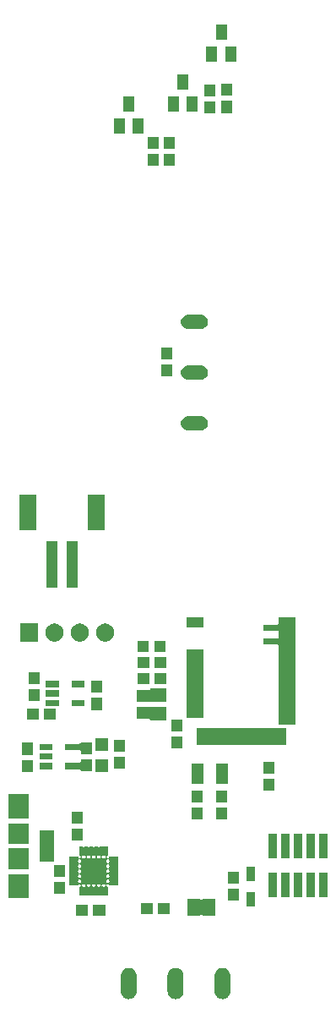
<source format=gbr>
G04 #@! TF.GenerationSoftware,KiCad,Pcbnew,(6.0.0-rc1-dev-1027-g90233e5ec)*
G04 #@! TF.CreationDate,2019-01-09T23:19:54+01:00*
G04 #@! TF.ProjectId,eBoard_remote_control,65426F6172645F72656D6F74655F636F,rev?*
G04 #@! TF.SameCoordinates,Original*
G04 #@! TF.FileFunction,Soldermask,Top*
G04 #@! TF.FilePolarity,Negative*
%FSLAX46Y46*%
G04 Gerber Fmt 4.6, Leading zero omitted, Abs format (unit mm)*
G04 Created by KiCad (PCBNEW (6.0.0-rc1-dev-1027-g90233e5ec)) date 09.01.2019 23.19.54*
%MOMM*%
%LPD*%
G01*
G04 APERTURE LIST*
%ADD10C,0.100000*%
G04 APERTURE END LIST*
D10*
G04 #@! TO.C,SJ2*
G36*
X196062600Y-146532600D02*
X198602600Y-146532600D01*
X198602600Y-148056600D01*
X196062600Y-148056600D01*
X196062600Y-146532600D01*
G37*
G36*
X199574168Y-153367445D02*
X199725874Y-153413464D01*
X199865686Y-153488196D01*
X199988233Y-153588767D01*
X200088804Y-153711314D01*
X200163536Y-153851126D01*
X200209555Y-154002832D01*
X200221200Y-154121064D01*
X200221200Y-155708136D01*
X200209555Y-155826368D01*
X200163536Y-155978074D01*
X200088804Y-156117886D01*
X199988233Y-156240433D01*
X199865685Y-156341004D01*
X199725873Y-156415736D01*
X199574167Y-156461755D01*
X199416400Y-156477294D01*
X199258632Y-156461755D01*
X199106926Y-156415736D01*
X198967114Y-156341004D01*
X198844567Y-156240433D01*
X198743996Y-156117885D01*
X198669264Y-155978073D01*
X198623245Y-155826367D01*
X198611600Y-155708135D01*
X198611601Y-154121064D01*
X198623246Y-154002832D01*
X198669265Y-153851126D01*
X198743997Y-153711314D01*
X198844568Y-153588767D01*
X198967115Y-153488196D01*
X199106927Y-153413464D01*
X199258633Y-153367445D01*
X199416400Y-153351906D01*
X199574168Y-153367445D01*
X199574168Y-153367445D01*
G37*
G36*
X190174168Y-153367445D02*
X190325874Y-153413464D01*
X190465686Y-153488196D01*
X190588233Y-153588767D01*
X190688804Y-153711314D01*
X190763536Y-153851126D01*
X190809555Y-154002832D01*
X190821200Y-154121064D01*
X190821200Y-155708136D01*
X190809555Y-155826368D01*
X190763536Y-155978074D01*
X190688804Y-156117886D01*
X190588233Y-156240433D01*
X190465685Y-156341004D01*
X190325873Y-156415736D01*
X190174167Y-156461755D01*
X190016400Y-156477294D01*
X189858632Y-156461755D01*
X189706926Y-156415736D01*
X189567114Y-156341004D01*
X189444567Y-156240433D01*
X189343996Y-156117885D01*
X189269264Y-155978073D01*
X189223245Y-155826367D01*
X189211600Y-155708135D01*
X189211601Y-154121064D01*
X189223246Y-154002832D01*
X189269265Y-153851126D01*
X189343997Y-153711314D01*
X189444568Y-153588767D01*
X189567115Y-153488196D01*
X189706927Y-153413464D01*
X189858633Y-153367445D01*
X190016400Y-153351906D01*
X190174168Y-153367445D01*
X190174168Y-153367445D01*
G37*
G36*
X194874168Y-153367445D02*
X195025874Y-153413464D01*
X195165686Y-153488196D01*
X195288233Y-153588767D01*
X195388804Y-153711314D01*
X195463536Y-153851126D01*
X195509555Y-154002832D01*
X195521200Y-154121064D01*
X195521200Y-155708136D01*
X195509555Y-155826368D01*
X195463536Y-155978074D01*
X195388804Y-156117886D01*
X195288233Y-156240433D01*
X195165685Y-156341004D01*
X195025873Y-156415736D01*
X194874167Y-156461755D01*
X194716400Y-156477294D01*
X194558632Y-156461755D01*
X194406926Y-156415736D01*
X194267114Y-156341004D01*
X194144567Y-156240433D01*
X194043996Y-156117885D01*
X193969264Y-155978073D01*
X193923245Y-155826367D01*
X193911600Y-155708135D01*
X193911601Y-154121064D01*
X193923246Y-154002832D01*
X193969265Y-153851126D01*
X194043997Y-153711314D01*
X194144568Y-153588767D01*
X194267115Y-153488196D01*
X194406927Y-153413464D01*
X194558633Y-153367445D01*
X194716400Y-153351906D01*
X194874168Y-153367445D01*
X194874168Y-153367445D01*
G37*
G36*
X197205600Y-147017200D02*
X197208002Y-147041586D01*
X197215115Y-147065035D01*
X197226666Y-147086646D01*
X197242212Y-147105588D01*
X197261154Y-147121134D01*
X197282765Y-147132685D01*
X197306214Y-147139798D01*
X197330600Y-147142200D01*
X197334600Y-147142200D01*
X197358986Y-147139798D01*
X197382435Y-147132685D01*
X197404046Y-147121134D01*
X197422988Y-147105588D01*
X197438534Y-147086646D01*
X197450085Y-147065035D01*
X197457198Y-147041586D01*
X197459600Y-147017200D01*
X197459600Y-146443700D01*
X198729600Y-146443700D01*
X198729600Y-148145500D01*
X197459600Y-148145500D01*
X197459600Y-147572000D01*
X197457198Y-147547614D01*
X197450085Y-147524165D01*
X197438534Y-147502554D01*
X197422988Y-147483612D01*
X197404046Y-147468066D01*
X197382435Y-147456515D01*
X197358986Y-147449402D01*
X197334600Y-147447000D01*
X197330600Y-147447000D01*
X197306214Y-147449402D01*
X197282765Y-147456515D01*
X197261154Y-147468066D01*
X197242212Y-147483612D01*
X197226666Y-147502554D01*
X197215115Y-147524165D01*
X197208002Y-147547614D01*
X197205600Y-147572000D01*
X197205600Y-148145500D01*
X195935600Y-148145500D01*
X195935600Y-146443700D01*
X197205600Y-146443700D01*
X197205600Y-147017200D01*
X197205600Y-147017200D01*
G37*
G36*
X185949663Y-148099618D02*
X184748063Y-148099618D01*
X184748063Y-146998018D01*
X185949663Y-146998018D01*
X185949663Y-148099618D01*
X185949663Y-148099618D01*
G37*
G36*
X187649663Y-148099618D02*
X186448063Y-148099618D01*
X186448063Y-146998018D01*
X187649663Y-146998018D01*
X187649663Y-148099618D01*
X187649663Y-148099618D01*
G37*
G36*
X192409800Y-147947000D02*
X191208200Y-147947000D01*
X191208200Y-146845400D01*
X192409800Y-146845400D01*
X192409800Y-147947000D01*
X192409800Y-147947000D01*
G37*
G36*
X194109800Y-147947000D02*
X192908200Y-147947000D01*
X192908200Y-146845400D01*
X194109800Y-146845400D01*
X194109800Y-147947000D01*
X194109800Y-147947000D01*
G37*
G36*
X202716080Y-147202520D02*
X201814480Y-147202520D01*
X201814480Y-145750920D01*
X202716080Y-145750920D01*
X202716080Y-147202520D01*
X202716080Y-147202520D01*
G37*
G36*
X201038080Y-146599300D02*
X199936480Y-146599300D01*
X199936480Y-145422700D01*
X201038080Y-145422700D01*
X201038080Y-146599300D01*
X201038080Y-146599300D01*
G37*
G36*
X179960663Y-146368818D02*
X177959063Y-146368818D01*
X177959063Y-143967218D01*
X179960663Y-143967218D01*
X179960663Y-146368818D01*
X179960663Y-146368818D01*
G37*
G36*
X207405600Y-146309680D02*
X206563600Y-146309680D01*
X206563600Y-143807680D01*
X207405600Y-143807680D01*
X207405600Y-146309680D01*
X207405600Y-146309680D01*
G37*
G36*
X206135600Y-146309680D02*
X205293600Y-146309680D01*
X205293600Y-143807680D01*
X206135600Y-143807680D01*
X206135600Y-146309680D01*
X206135600Y-146309680D01*
G37*
G36*
X209945600Y-146309680D02*
X209103600Y-146309680D01*
X209103600Y-143807680D01*
X209945600Y-143807680D01*
X209945600Y-146309680D01*
X209945600Y-146309680D01*
G37*
G36*
X208675600Y-146309680D02*
X207833600Y-146309680D01*
X207833600Y-143807680D01*
X208675600Y-143807680D01*
X208675600Y-146309680D01*
X208675600Y-146309680D01*
G37*
G36*
X204865600Y-146309680D02*
X204023600Y-146309680D01*
X204023600Y-143807680D01*
X204865600Y-143807680D01*
X204865600Y-146309680D01*
X204865600Y-146309680D01*
G37*
G36*
X185417864Y-141213043D02*
X185423920Y-141214880D01*
X185435369Y-141221000D01*
X185444730Y-141227256D01*
X185467369Y-141236635D01*
X185491402Y-141241417D01*
X185515906Y-141241419D01*
X185539940Y-141236640D01*
X185562580Y-141227264D01*
X185571947Y-141221006D01*
X185583406Y-141214880D01*
X185589462Y-141213043D01*
X185601903Y-141211818D01*
X185905423Y-141211818D01*
X185917864Y-141213043D01*
X185923920Y-141214880D01*
X185935369Y-141221000D01*
X185944730Y-141227256D01*
X185967369Y-141236635D01*
X185991402Y-141241417D01*
X186015906Y-141241419D01*
X186039940Y-141236640D01*
X186062580Y-141227264D01*
X186071947Y-141221006D01*
X186083406Y-141214880D01*
X186089462Y-141213043D01*
X186101903Y-141211818D01*
X186405423Y-141211818D01*
X186417864Y-141213043D01*
X186423920Y-141214880D01*
X186435369Y-141221000D01*
X186444730Y-141227256D01*
X186467369Y-141236635D01*
X186491402Y-141241417D01*
X186515906Y-141241419D01*
X186539940Y-141236640D01*
X186562580Y-141227264D01*
X186571947Y-141221006D01*
X186583406Y-141214880D01*
X186589462Y-141213043D01*
X186601903Y-141211818D01*
X186905423Y-141211818D01*
X186917864Y-141213043D01*
X186923920Y-141214880D01*
X186935369Y-141221000D01*
X186944730Y-141227256D01*
X186967369Y-141236635D01*
X186991402Y-141241417D01*
X187015906Y-141241419D01*
X187039940Y-141236640D01*
X187062580Y-141227264D01*
X187071947Y-141221006D01*
X187083406Y-141214880D01*
X187089462Y-141213043D01*
X187101903Y-141211818D01*
X187405423Y-141211818D01*
X187417864Y-141213043D01*
X187423920Y-141214880D01*
X187435369Y-141221000D01*
X187444730Y-141227256D01*
X187467369Y-141236635D01*
X187491402Y-141241417D01*
X187515906Y-141241419D01*
X187539940Y-141236640D01*
X187562580Y-141227264D01*
X187571947Y-141221006D01*
X187583406Y-141214880D01*
X187589462Y-141213043D01*
X187601903Y-141211818D01*
X187905423Y-141211818D01*
X187917864Y-141213043D01*
X187923920Y-141214880D01*
X187929506Y-141217866D01*
X187934399Y-141221882D01*
X187938415Y-141226775D01*
X187941401Y-141232361D01*
X187943238Y-141238417D01*
X187944463Y-141250858D01*
X187944463Y-142074377D01*
X187943284Y-142086346D01*
X187943284Y-142110850D01*
X187943629Y-142112582D01*
X187941908Y-142112240D01*
X187917380Y-142112240D01*
X187915544Y-142112421D01*
X187891511Y-142117204D01*
X187868873Y-142126583D01*
X187848500Y-142140199D01*
X187831174Y-142157528D01*
X187817562Y-142177904D01*
X187808187Y-142200543D01*
X187803409Y-142224577D01*
X187803411Y-142249082D01*
X187808194Y-142273115D01*
X187817573Y-142295753D01*
X187824830Y-142306612D01*
X187825529Y-142307919D01*
X187826471Y-142309067D01*
X187831189Y-142316126D01*
X187837184Y-142322120D01*
X187841075Y-142326861D01*
X187845825Y-142330759D01*
X187848518Y-142333452D01*
X187851678Y-142335563D01*
X187860017Y-142342407D01*
X187881628Y-142353958D01*
X187905077Y-142361071D01*
X187929463Y-142363473D01*
X187953849Y-142361071D01*
X187977298Y-142353958D01*
X187998909Y-142342407D01*
X188017851Y-142326861D01*
X188033397Y-142307919D01*
X188044948Y-142286308D01*
X188053860Y-142250737D01*
X188054041Y-142248901D01*
X188054043Y-142224396D01*
X188053696Y-142222652D01*
X188055429Y-142222997D01*
X188079935Y-142222997D01*
X188091904Y-142221818D01*
X188915423Y-142221818D01*
X188927864Y-142223043D01*
X188933920Y-142224880D01*
X188939506Y-142227866D01*
X188944399Y-142231882D01*
X188948415Y-142236775D01*
X188951401Y-142242361D01*
X188953238Y-142248417D01*
X188954463Y-142260858D01*
X188954463Y-142564378D01*
X188953238Y-142576819D01*
X188951401Y-142582875D01*
X188945281Y-142594324D01*
X188939025Y-142603685D01*
X188929646Y-142626324D01*
X188924864Y-142650357D01*
X188924862Y-142674861D01*
X188929641Y-142698895D01*
X188939017Y-142721535D01*
X188945275Y-142730902D01*
X188951401Y-142742361D01*
X188953238Y-142748417D01*
X188954463Y-142760858D01*
X188954463Y-143064378D01*
X188953238Y-143076819D01*
X188951401Y-143082875D01*
X188945281Y-143094324D01*
X188939025Y-143103685D01*
X188929646Y-143126324D01*
X188924864Y-143150357D01*
X188924862Y-143174861D01*
X188929641Y-143198895D01*
X188939017Y-143221535D01*
X188945275Y-143230902D01*
X188951401Y-143242361D01*
X188953238Y-143248417D01*
X188954463Y-143260858D01*
X188954463Y-143564378D01*
X188953238Y-143576819D01*
X188951401Y-143582875D01*
X188945281Y-143594324D01*
X188939025Y-143603685D01*
X188929646Y-143626324D01*
X188924864Y-143650357D01*
X188924862Y-143674861D01*
X188929641Y-143698895D01*
X188939017Y-143721535D01*
X188945275Y-143730902D01*
X188951401Y-143742361D01*
X188953238Y-143748417D01*
X188954463Y-143760858D01*
X188954463Y-144064378D01*
X188953238Y-144076819D01*
X188951401Y-144082875D01*
X188945281Y-144094324D01*
X188939025Y-144103685D01*
X188929646Y-144126324D01*
X188924864Y-144150357D01*
X188924862Y-144174861D01*
X188929641Y-144198895D01*
X188939017Y-144221535D01*
X188945275Y-144230902D01*
X188951401Y-144242361D01*
X188953238Y-144248417D01*
X188954463Y-144260858D01*
X188954463Y-144564378D01*
X188953238Y-144576819D01*
X188951401Y-144582875D01*
X188945281Y-144594324D01*
X188939025Y-144603685D01*
X188929646Y-144626324D01*
X188924864Y-144650357D01*
X188924862Y-144674861D01*
X188929641Y-144698895D01*
X188939017Y-144721535D01*
X188945275Y-144730902D01*
X188951401Y-144742361D01*
X188953238Y-144748417D01*
X188954463Y-144760858D01*
X188954463Y-145064378D01*
X188953238Y-145076819D01*
X188951401Y-145082875D01*
X188948415Y-145088461D01*
X188944399Y-145093354D01*
X188939506Y-145097370D01*
X188933920Y-145100356D01*
X188927864Y-145102193D01*
X188915423Y-145103418D01*
X188091904Y-145103418D01*
X188079935Y-145102239D01*
X188055431Y-145102239D01*
X188053699Y-145102584D01*
X188054041Y-145100863D01*
X188054041Y-145076335D01*
X188053860Y-145074499D01*
X188049077Y-145050466D01*
X188039698Y-145027828D01*
X188026082Y-145007455D01*
X188008753Y-144990129D01*
X187988377Y-144976517D01*
X187965738Y-144967142D01*
X187941704Y-144962364D01*
X187917199Y-144962366D01*
X187893166Y-144967149D01*
X187870528Y-144976528D01*
X187859669Y-144983785D01*
X187858362Y-144984484D01*
X187857214Y-144985426D01*
X187850155Y-144990144D01*
X187844161Y-144996139D01*
X187839420Y-145000030D01*
X187835522Y-145004780D01*
X187832829Y-145007473D01*
X187830718Y-145010633D01*
X187823874Y-145018972D01*
X187812323Y-145040583D01*
X187805210Y-145064032D01*
X187802808Y-145088418D01*
X187805210Y-145112804D01*
X187812323Y-145136253D01*
X187823874Y-145157864D01*
X187839420Y-145176806D01*
X187858362Y-145192352D01*
X187879973Y-145203903D01*
X187915544Y-145212815D01*
X187917380Y-145212996D01*
X187941885Y-145212998D01*
X187943629Y-145212651D01*
X187943284Y-145214384D01*
X187943284Y-145238890D01*
X187944463Y-145250859D01*
X187944463Y-146074378D01*
X187943238Y-146086819D01*
X187941401Y-146092875D01*
X187938415Y-146098461D01*
X187934399Y-146103354D01*
X187929506Y-146107370D01*
X187923920Y-146110356D01*
X187917864Y-146112193D01*
X187905423Y-146113418D01*
X187601903Y-146113418D01*
X187589462Y-146112193D01*
X187583406Y-146110356D01*
X187571957Y-146104236D01*
X187562596Y-146097980D01*
X187539957Y-146088601D01*
X187515924Y-146083819D01*
X187491420Y-146083817D01*
X187467386Y-146088596D01*
X187444746Y-146097972D01*
X187435379Y-146104230D01*
X187423920Y-146110356D01*
X187417864Y-146112193D01*
X187405423Y-146113418D01*
X187101903Y-146113418D01*
X187089462Y-146112193D01*
X187083406Y-146110356D01*
X187071957Y-146104236D01*
X187062596Y-146097980D01*
X187039957Y-146088601D01*
X187015924Y-146083819D01*
X186991420Y-146083817D01*
X186967386Y-146088596D01*
X186944746Y-146097972D01*
X186935379Y-146104230D01*
X186923920Y-146110356D01*
X186917864Y-146112193D01*
X186905423Y-146113418D01*
X186601903Y-146113418D01*
X186589462Y-146112193D01*
X186583406Y-146110356D01*
X186571957Y-146104236D01*
X186562596Y-146097980D01*
X186539957Y-146088601D01*
X186515924Y-146083819D01*
X186491420Y-146083817D01*
X186467386Y-146088596D01*
X186444746Y-146097972D01*
X186435379Y-146104230D01*
X186423920Y-146110356D01*
X186417864Y-146112193D01*
X186405423Y-146113418D01*
X186101903Y-146113418D01*
X186089462Y-146112193D01*
X186083406Y-146110356D01*
X186071957Y-146104236D01*
X186062596Y-146097980D01*
X186039957Y-146088601D01*
X186015924Y-146083819D01*
X185991420Y-146083817D01*
X185967386Y-146088596D01*
X185944746Y-146097972D01*
X185935379Y-146104230D01*
X185923920Y-146110356D01*
X185917864Y-146112193D01*
X185905423Y-146113418D01*
X185601903Y-146113418D01*
X185589462Y-146112193D01*
X185583406Y-146110356D01*
X185571957Y-146104236D01*
X185562596Y-146097980D01*
X185539957Y-146088601D01*
X185515924Y-146083819D01*
X185491420Y-146083817D01*
X185467386Y-146088596D01*
X185444746Y-146097972D01*
X185435379Y-146104230D01*
X185423920Y-146110356D01*
X185417864Y-146112193D01*
X185405423Y-146113418D01*
X185101903Y-146113418D01*
X185089462Y-146112193D01*
X185083406Y-146110356D01*
X185077820Y-146107370D01*
X185072927Y-146103354D01*
X185068911Y-146098461D01*
X185065925Y-146092875D01*
X185064088Y-146086819D01*
X185062863Y-146074378D01*
X185062863Y-145250859D01*
X185064042Y-145238890D01*
X185064042Y-145214386D01*
X185063697Y-145212654D01*
X185065418Y-145212996D01*
X185089946Y-145212996D01*
X185091782Y-145212815D01*
X185115815Y-145208032D01*
X185138453Y-145198653D01*
X185158826Y-145185037D01*
X185176152Y-145167708D01*
X185189764Y-145147332D01*
X185199139Y-145124693D01*
X185203917Y-145100659D01*
X185203917Y-145088418D01*
X185302808Y-145088418D01*
X185305210Y-145112804D01*
X185312323Y-145136253D01*
X185323874Y-145157864D01*
X185339420Y-145176806D01*
X185358362Y-145192352D01*
X185379973Y-145203903D01*
X185403422Y-145211016D01*
X185415556Y-145212816D01*
X185417864Y-145213043D01*
X185423920Y-145214880D01*
X185435369Y-145221000D01*
X185444730Y-145227256D01*
X185467369Y-145236635D01*
X185491402Y-145241417D01*
X185515906Y-145241419D01*
X185539940Y-145236640D01*
X185562580Y-145227264D01*
X185571947Y-145221006D01*
X185583406Y-145214880D01*
X185589462Y-145213043D01*
X185591770Y-145212816D01*
X185615803Y-145208036D01*
X185638442Y-145198658D01*
X185658817Y-145185044D01*
X185676144Y-145167717D01*
X185689758Y-145147343D01*
X185699135Y-145124704D01*
X185703916Y-145100670D01*
X185703916Y-145088418D01*
X185802808Y-145088418D01*
X185805210Y-145112804D01*
X185812323Y-145136253D01*
X185823874Y-145157864D01*
X185839420Y-145176806D01*
X185858362Y-145192352D01*
X185879973Y-145203903D01*
X185903422Y-145211016D01*
X185915556Y-145212816D01*
X185917864Y-145213043D01*
X185923920Y-145214880D01*
X185935369Y-145221000D01*
X185944730Y-145227256D01*
X185967369Y-145236635D01*
X185991402Y-145241417D01*
X186015906Y-145241419D01*
X186039940Y-145236640D01*
X186062580Y-145227264D01*
X186071947Y-145221006D01*
X186083406Y-145214880D01*
X186089462Y-145213043D01*
X186091770Y-145212816D01*
X186115803Y-145208036D01*
X186138442Y-145198658D01*
X186158817Y-145185044D01*
X186176144Y-145167717D01*
X186189758Y-145147343D01*
X186199135Y-145124704D01*
X186203916Y-145100670D01*
X186203916Y-145088418D01*
X186302808Y-145088418D01*
X186305210Y-145112804D01*
X186312323Y-145136253D01*
X186323874Y-145157864D01*
X186339420Y-145176806D01*
X186358362Y-145192352D01*
X186379973Y-145203903D01*
X186403422Y-145211016D01*
X186415556Y-145212816D01*
X186417864Y-145213043D01*
X186423920Y-145214880D01*
X186435369Y-145221000D01*
X186444730Y-145227256D01*
X186467369Y-145236635D01*
X186491402Y-145241417D01*
X186515906Y-145241419D01*
X186539940Y-145236640D01*
X186562580Y-145227264D01*
X186571947Y-145221006D01*
X186583406Y-145214880D01*
X186589462Y-145213043D01*
X186591770Y-145212816D01*
X186615803Y-145208036D01*
X186638442Y-145198658D01*
X186658817Y-145185044D01*
X186676144Y-145167717D01*
X186689758Y-145147343D01*
X186699135Y-145124704D01*
X186703916Y-145100670D01*
X186703916Y-145088418D01*
X186802808Y-145088418D01*
X186805210Y-145112804D01*
X186812323Y-145136253D01*
X186823874Y-145157864D01*
X186839420Y-145176806D01*
X186858362Y-145192352D01*
X186879973Y-145203903D01*
X186903422Y-145211016D01*
X186915556Y-145212816D01*
X186917864Y-145213043D01*
X186923920Y-145214880D01*
X186935369Y-145221000D01*
X186944730Y-145227256D01*
X186967369Y-145236635D01*
X186991402Y-145241417D01*
X187015906Y-145241419D01*
X187039940Y-145236640D01*
X187062580Y-145227264D01*
X187071947Y-145221006D01*
X187083406Y-145214880D01*
X187089462Y-145213043D01*
X187091770Y-145212816D01*
X187115803Y-145208036D01*
X187138442Y-145198658D01*
X187158817Y-145185044D01*
X187176144Y-145167717D01*
X187189758Y-145147343D01*
X187199135Y-145124704D01*
X187203916Y-145100670D01*
X187203916Y-145088418D01*
X187302808Y-145088418D01*
X187305210Y-145112804D01*
X187312323Y-145136253D01*
X187323874Y-145157864D01*
X187339420Y-145176806D01*
X187358362Y-145192352D01*
X187379973Y-145203903D01*
X187403422Y-145211016D01*
X187415556Y-145212816D01*
X187417864Y-145213043D01*
X187423920Y-145214880D01*
X187435369Y-145221000D01*
X187444730Y-145227256D01*
X187467369Y-145236635D01*
X187491402Y-145241417D01*
X187515906Y-145241419D01*
X187539940Y-145236640D01*
X187562580Y-145227264D01*
X187571947Y-145221006D01*
X187583406Y-145214880D01*
X187589462Y-145213043D01*
X187591770Y-145212816D01*
X187615803Y-145208036D01*
X187638442Y-145198658D01*
X187658817Y-145185044D01*
X187676144Y-145167717D01*
X187689758Y-145147343D01*
X187699135Y-145124704D01*
X187703916Y-145100670D01*
X187703916Y-145076166D01*
X187699136Y-145052133D01*
X187689758Y-145029494D01*
X187676144Y-145009119D01*
X187658817Y-144991792D01*
X187638443Y-144978178D01*
X187615804Y-144968801D01*
X187591770Y-144964020D01*
X187579518Y-144963418D01*
X187427808Y-144963418D01*
X187403422Y-144965820D01*
X187379973Y-144972933D01*
X187358362Y-144984484D01*
X187339420Y-145000030D01*
X187323874Y-145018972D01*
X187312323Y-145040583D01*
X187305210Y-145064032D01*
X187302808Y-145088418D01*
X187203916Y-145088418D01*
X187203916Y-145076166D01*
X187199136Y-145052133D01*
X187189758Y-145029494D01*
X187176144Y-145009119D01*
X187158817Y-144991792D01*
X187138443Y-144978178D01*
X187115804Y-144968801D01*
X187091770Y-144964020D01*
X187079518Y-144963418D01*
X186927808Y-144963418D01*
X186903422Y-144965820D01*
X186879973Y-144972933D01*
X186858362Y-144984484D01*
X186839420Y-145000030D01*
X186823874Y-145018972D01*
X186812323Y-145040583D01*
X186805210Y-145064032D01*
X186802808Y-145088418D01*
X186703916Y-145088418D01*
X186703916Y-145076166D01*
X186699136Y-145052133D01*
X186689758Y-145029494D01*
X186676144Y-145009119D01*
X186658817Y-144991792D01*
X186638443Y-144978178D01*
X186615804Y-144968801D01*
X186591770Y-144964020D01*
X186579518Y-144963418D01*
X186427808Y-144963418D01*
X186403422Y-144965820D01*
X186379973Y-144972933D01*
X186358362Y-144984484D01*
X186339420Y-145000030D01*
X186323874Y-145018972D01*
X186312323Y-145040583D01*
X186305210Y-145064032D01*
X186302808Y-145088418D01*
X186203916Y-145088418D01*
X186203916Y-145076166D01*
X186199136Y-145052133D01*
X186189758Y-145029494D01*
X186176144Y-145009119D01*
X186158817Y-144991792D01*
X186138443Y-144978178D01*
X186115804Y-144968801D01*
X186091770Y-144964020D01*
X186079518Y-144963418D01*
X185927808Y-144963418D01*
X185903422Y-144965820D01*
X185879973Y-144972933D01*
X185858362Y-144984484D01*
X185839420Y-145000030D01*
X185823874Y-145018972D01*
X185812323Y-145040583D01*
X185805210Y-145064032D01*
X185802808Y-145088418D01*
X185703916Y-145088418D01*
X185703916Y-145076166D01*
X185699136Y-145052133D01*
X185689758Y-145029494D01*
X185676144Y-145009119D01*
X185658817Y-144991792D01*
X185638443Y-144978178D01*
X185615804Y-144968801D01*
X185591770Y-144964020D01*
X185579518Y-144963418D01*
X185427808Y-144963418D01*
X185403422Y-144965820D01*
X185379973Y-144972933D01*
X185358362Y-144984484D01*
X185339420Y-145000030D01*
X185323874Y-145018972D01*
X185312323Y-145040583D01*
X185305210Y-145064032D01*
X185302808Y-145088418D01*
X185203917Y-145088418D01*
X185203915Y-145076154D01*
X185199132Y-145052121D01*
X185189753Y-145029483D01*
X185182496Y-145018624D01*
X185181797Y-145017317D01*
X185180855Y-145016169D01*
X185176137Y-145009110D01*
X185170142Y-145003116D01*
X185166251Y-144998375D01*
X185161501Y-144994477D01*
X185158808Y-144991784D01*
X185155648Y-144989673D01*
X185147309Y-144982829D01*
X185125698Y-144971278D01*
X185102249Y-144964165D01*
X185077863Y-144961763D01*
X185053477Y-144964165D01*
X185030028Y-144971278D01*
X185008417Y-144982829D01*
X184989475Y-144998375D01*
X184973929Y-145017317D01*
X184962378Y-145038928D01*
X184953466Y-145074499D01*
X184953285Y-145076335D01*
X184953283Y-145100840D01*
X184953630Y-145102584D01*
X184951897Y-145102239D01*
X184927391Y-145102239D01*
X184915422Y-145103418D01*
X184091903Y-145103418D01*
X184079462Y-145102193D01*
X184073406Y-145100356D01*
X184067820Y-145097370D01*
X184062927Y-145093354D01*
X184058911Y-145088461D01*
X184055925Y-145082875D01*
X184054088Y-145076819D01*
X184052863Y-145064378D01*
X184052863Y-144760858D01*
X184054088Y-144748417D01*
X184055925Y-144742361D01*
X184062045Y-144730912D01*
X184068301Y-144721551D01*
X184077680Y-144698912D01*
X184082462Y-144674879D01*
X184082462Y-144674861D01*
X184924862Y-144674861D01*
X184929641Y-144698895D01*
X184939017Y-144721535D01*
X184945275Y-144730902D01*
X184951401Y-144742361D01*
X184953238Y-144748417D01*
X184953465Y-144750725D01*
X184958245Y-144774758D01*
X184967623Y-144797397D01*
X184981237Y-144817772D01*
X184998564Y-144835099D01*
X185018938Y-144848713D01*
X185041577Y-144858090D01*
X185065611Y-144862871D01*
X185090115Y-144862871D01*
X185114148Y-144858091D01*
X185136787Y-144848713D01*
X185157162Y-144835099D01*
X185174489Y-144817772D01*
X185188103Y-144797398D01*
X185197480Y-144774759D01*
X185202261Y-144750725D01*
X185202863Y-144738473D01*
X185202863Y-144586763D01*
X187804463Y-144586763D01*
X187804463Y-144738473D01*
X187806865Y-144762859D01*
X187813978Y-144786308D01*
X187825529Y-144807919D01*
X187841075Y-144826861D01*
X187860017Y-144842407D01*
X187881628Y-144853958D01*
X187905077Y-144861071D01*
X187929463Y-144863473D01*
X187953849Y-144861071D01*
X187977298Y-144853958D01*
X187998909Y-144842407D01*
X188017851Y-144826861D01*
X188033397Y-144807919D01*
X188044948Y-144786308D01*
X188052061Y-144762859D01*
X188053861Y-144750725D01*
X188054088Y-144748417D01*
X188055925Y-144742361D01*
X188062045Y-144730912D01*
X188068301Y-144721551D01*
X188077680Y-144698912D01*
X188082462Y-144674879D01*
X188082464Y-144650375D01*
X188077685Y-144626341D01*
X188068309Y-144603701D01*
X188062051Y-144594334D01*
X188055925Y-144582875D01*
X188054088Y-144576819D01*
X188053861Y-144574511D01*
X188049081Y-144550478D01*
X188039703Y-144527839D01*
X188026089Y-144507464D01*
X188008762Y-144490137D01*
X187988388Y-144476523D01*
X187965749Y-144467146D01*
X187941715Y-144462365D01*
X187917211Y-144462365D01*
X187893178Y-144467145D01*
X187870539Y-144476523D01*
X187850164Y-144490137D01*
X187832837Y-144507464D01*
X187819223Y-144527838D01*
X187809846Y-144550477D01*
X187805065Y-144574511D01*
X187804463Y-144586763D01*
X185202863Y-144586763D01*
X185200461Y-144562377D01*
X185193348Y-144538928D01*
X185181797Y-144517317D01*
X185166251Y-144498375D01*
X185147309Y-144482829D01*
X185125698Y-144471278D01*
X185102249Y-144464165D01*
X185077863Y-144461763D01*
X185053477Y-144464165D01*
X185030028Y-144471278D01*
X185008417Y-144482829D01*
X184989475Y-144498375D01*
X184973929Y-144517317D01*
X184962378Y-144538928D01*
X184955265Y-144562377D01*
X184953465Y-144574511D01*
X184953238Y-144576819D01*
X184951401Y-144582875D01*
X184945281Y-144594324D01*
X184939025Y-144603685D01*
X184929646Y-144626324D01*
X184924864Y-144650357D01*
X184924862Y-144674861D01*
X184082462Y-144674861D01*
X184082464Y-144650375D01*
X184077685Y-144626341D01*
X184068309Y-144603701D01*
X184062051Y-144594334D01*
X184055925Y-144582875D01*
X184054088Y-144576819D01*
X184052863Y-144564378D01*
X184052863Y-144260858D01*
X184054088Y-144248417D01*
X184055925Y-144242361D01*
X184062045Y-144230912D01*
X184068301Y-144221551D01*
X184077680Y-144198912D01*
X184082462Y-144174879D01*
X184082462Y-144174861D01*
X184924862Y-144174861D01*
X184929641Y-144198895D01*
X184939017Y-144221535D01*
X184945275Y-144230902D01*
X184951401Y-144242361D01*
X184953238Y-144248417D01*
X184953465Y-144250725D01*
X184958245Y-144274758D01*
X184967623Y-144297397D01*
X184981237Y-144317772D01*
X184998564Y-144335099D01*
X185018938Y-144348713D01*
X185041577Y-144358090D01*
X185065611Y-144362871D01*
X185090115Y-144362871D01*
X185114148Y-144358091D01*
X185136787Y-144348713D01*
X185157162Y-144335099D01*
X185174489Y-144317772D01*
X185188103Y-144297398D01*
X185197480Y-144274759D01*
X185202261Y-144250725D01*
X185202863Y-144238473D01*
X185202863Y-144086763D01*
X187804463Y-144086763D01*
X187804463Y-144238473D01*
X187806865Y-144262859D01*
X187813978Y-144286308D01*
X187825529Y-144307919D01*
X187841075Y-144326861D01*
X187860017Y-144342407D01*
X187881628Y-144353958D01*
X187905077Y-144361071D01*
X187929463Y-144363473D01*
X187953849Y-144361071D01*
X187977298Y-144353958D01*
X187998909Y-144342407D01*
X188017851Y-144326861D01*
X188033397Y-144307919D01*
X188044948Y-144286308D01*
X188052061Y-144262859D01*
X188053861Y-144250725D01*
X188054088Y-144248417D01*
X188055925Y-144242361D01*
X188062045Y-144230912D01*
X188068301Y-144221551D01*
X188077680Y-144198912D01*
X188082462Y-144174879D01*
X188082464Y-144150375D01*
X188077685Y-144126341D01*
X188068309Y-144103701D01*
X188062051Y-144094334D01*
X188055925Y-144082875D01*
X188054088Y-144076819D01*
X188053861Y-144074511D01*
X188049081Y-144050478D01*
X188039703Y-144027839D01*
X188026089Y-144007464D01*
X188008762Y-143990137D01*
X187988388Y-143976523D01*
X187965749Y-143967146D01*
X187941715Y-143962365D01*
X187917211Y-143962365D01*
X187893178Y-143967145D01*
X187870539Y-143976523D01*
X187850164Y-143990137D01*
X187832837Y-144007464D01*
X187819223Y-144027838D01*
X187809846Y-144050477D01*
X187805065Y-144074511D01*
X187804463Y-144086763D01*
X185202863Y-144086763D01*
X185200461Y-144062377D01*
X185193348Y-144038928D01*
X185181797Y-144017317D01*
X185166251Y-143998375D01*
X185147309Y-143982829D01*
X185125698Y-143971278D01*
X185102249Y-143964165D01*
X185077863Y-143961763D01*
X185053477Y-143964165D01*
X185030028Y-143971278D01*
X185008417Y-143982829D01*
X184989475Y-143998375D01*
X184973929Y-144017317D01*
X184962378Y-144038928D01*
X184955265Y-144062377D01*
X184953465Y-144074511D01*
X184953238Y-144076819D01*
X184951401Y-144082875D01*
X184945281Y-144094324D01*
X184939025Y-144103685D01*
X184929646Y-144126324D01*
X184924864Y-144150357D01*
X184924862Y-144174861D01*
X184082462Y-144174861D01*
X184082464Y-144150375D01*
X184077685Y-144126341D01*
X184068309Y-144103701D01*
X184062051Y-144094334D01*
X184055925Y-144082875D01*
X184054088Y-144076819D01*
X184052863Y-144064378D01*
X184052863Y-143760858D01*
X184054088Y-143748417D01*
X184055925Y-143742361D01*
X184062045Y-143730912D01*
X184068301Y-143721551D01*
X184077680Y-143698912D01*
X184082462Y-143674879D01*
X184082462Y-143674861D01*
X184924862Y-143674861D01*
X184929641Y-143698895D01*
X184939017Y-143721535D01*
X184945275Y-143730902D01*
X184951401Y-143742361D01*
X184953238Y-143748417D01*
X184953465Y-143750725D01*
X184958245Y-143774758D01*
X184967623Y-143797397D01*
X184981237Y-143817772D01*
X184998564Y-143835099D01*
X185018938Y-143848713D01*
X185041577Y-143858090D01*
X185065611Y-143862871D01*
X185090115Y-143862871D01*
X185114148Y-143858091D01*
X185136787Y-143848713D01*
X185157162Y-143835099D01*
X185174489Y-143817772D01*
X185188103Y-143797398D01*
X185197480Y-143774759D01*
X185202261Y-143750725D01*
X185202863Y-143738473D01*
X185202863Y-143586763D01*
X187804463Y-143586763D01*
X187804463Y-143738473D01*
X187806865Y-143762859D01*
X187813978Y-143786308D01*
X187825529Y-143807919D01*
X187841075Y-143826861D01*
X187860017Y-143842407D01*
X187881628Y-143853958D01*
X187905077Y-143861071D01*
X187929463Y-143863473D01*
X187953849Y-143861071D01*
X187977298Y-143853958D01*
X187998909Y-143842407D01*
X188017851Y-143826861D01*
X188033397Y-143807919D01*
X188044948Y-143786308D01*
X188052061Y-143762859D01*
X188053861Y-143750725D01*
X188054088Y-143748417D01*
X188055925Y-143742361D01*
X188062045Y-143730912D01*
X188068301Y-143721551D01*
X188077680Y-143698912D01*
X188082462Y-143674879D01*
X188082464Y-143650375D01*
X188077685Y-143626341D01*
X188068309Y-143603701D01*
X188062051Y-143594334D01*
X188055925Y-143582875D01*
X188054088Y-143576819D01*
X188053861Y-143574511D01*
X188049081Y-143550478D01*
X188039703Y-143527839D01*
X188026089Y-143507464D01*
X188008762Y-143490137D01*
X187988388Y-143476523D01*
X187965749Y-143467146D01*
X187941715Y-143462365D01*
X187917211Y-143462365D01*
X187893178Y-143467145D01*
X187870539Y-143476523D01*
X187850164Y-143490137D01*
X187832837Y-143507464D01*
X187819223Y-143527838D01*
X187809846Y-143550477D01*
X187805065Y-143574511D01*
X187804463Y-143586763D01*
X185202863Y-143586763D01*
X185200461Y-143562377D01*
X185193348Y-143538928D01*
X185181797Y-143517317D01*
X185166251Y-143498375D01*
X185147309Y-143482829D01*
X185125698Y-143471278D01*
X185102249Y-143464165D01*
X185077863Y-143461763D01*
X185053477Y-143464165D01*
X185030028Y-143471278D01*
X185008417Y-143482829D01*
X184989475Y-143498375D01*
X184973929Y-143517317D01*
X184962378Y-143538928D01*
X184955265Y-143562377D01*
X184953465Y-143574511D01*
X184953238Y-143576819D01*
X184951401Y-143582875D01*
X184945281Y-143594324D01*
X184939025Y-143603685D01*
X184929646Y-143626324D01*
X184924864Y-143650357D01*
X184924862Y-143674861D01*
X184082462Y-143674861D01*
X184082464Y-143650375D01*
X184077685Y-143626341D01*
X184068309Y-143603701D01*
X184062051Y-143594334D01*
X184055925Y-143582875D01*
X184054088Y-143576819D01*
X184052863Y-143564378D01*
X184052863Y-143260858D01*
X184054088Y-143248417D01*
X184055925Y-143242361D01*
X184062045Y-143230912D01*
X184068301Y-143221551D01*
X184077680Y-143198912D01*
X184082462Y-143174879D01*
X184082462Y-143174861D01*
X184924862Y-143174861D01*
X184929641Y-143198895D01*
X184939017Y-143221535D01*
X184945275Y-143230902D01*
X184951401Y-143242361D01*
X184953238Y-143248417D01*
X184953465Y-143250725D01*
X184958245Y-143274758D01*
X184967623Y-143297397D01*
X184981237Y-143317772D01*
X184998564Y-143335099D01*
X185018938Y-143348713D01*
X185041577Y-143358090D01*
X185065611Y-143362871D01*
X185090115Y-143362871D01*
X185114148Y-143358091D01*
X185136787Y-143348713D01*
X185157162Y-143335099D01*
X185174489Y-143317772D01*
X185188103Y-143297398D01*
X185197480Y-143274759D01*
X185202261Y-143250725D01*
X185202863Y-143238473D01*
X185202863Y-143086763D01*
X187804463Y-143086763D01*
X187804463Y-143238473D01*
X187806865Y-143262859D01*
X187813978Y-143286308D01*
X187825529Y-143307919D01*
X187841075Y-143326861D01*
X187860017Y-143342407D01*
X187881628Y-143353958D01*
X187905077Y-143361071D01*
X187929463Y-143363473D01*
X187953849Y-143361071D01*
X187977298Y-143353958D01*
X187998909Y-143342407D01*
X188017851Y-143326861D01*
X188033397Y-143307919D01*
X188044948Y-143286308D01*
X188052061Y-143262859D01*
X188053861Y-143250725D01*
X188054088Y-143248417D01*
X188055925Y-143242361D01*
X188062045Y-143230912D01*
X188068301Y-143221551D01*
X188077680Y-143198912D01*
X188082462Y-143174879D01*
X188082464Y-143150375D01*
X188077685Y-143126341D01*
X188068309Y-143103701D01*
X188062051Y-143094334D01*
X188055925Y-143082875D01*
X188054088Y-143076819D01*
X188053861Y-143074511D01*
X188049081Y-143050478D01*
X188039703Y-143027839D01*
X188026089Y-143007464D01*
X188008762Y-142990137D01*
X187988388Y-142976523D01*
X187965749Y-142967146D01*
X187941715Y-142962365D01*
X187917211Y-142962365D01*
X187893178Y-142967145D01*
X187870539Y-142976523D01*
X187850164Y-142990137D01*
X187832837Y-143007464D01*
X187819223Y-143027838D01*
X187809846Y-143050477D01*
X187805065Y-143074511D01*
X187804463Y-143086763D01*
X185202863Y-143086763D01*
X185200461Y-143062377D01*
X185193348Y-143038928D01*
X185181797Y-143017317D01*
X185166251Y-142998375D01*
X185147309Y-142982829D01*
X185125698Y-142971278D01*
X185102249Y-142964165D01*
X185077863Y-142961763D01*
X185053477Y-142964165D01*
X185030028Y-142971278D01*
X185008417Y-142982829D01*
X184989475Y-142998375D01*
X184973929Y-143017317D01*
X184962378Y-143038928D01*
X184955265Y-143062377D01*
X184953465Y-143074511D01*
X184953238Y-143076819D01*
X184951401Y-143082875D01*
X184945281Y-143094324D01*
X184939025Y-143103685D01*
X184929646Y-143126324D01*
X184924864Y-143150357D01*
X184924862Y-143174861D01*
X184082462Y-143174861D01*
X184082464Y-143150375D01*
X184077685Y-143126341D01*
X184068309Y-143103701D01*
X184062051Y-143094334D01*
X184055925Y-143082875D01*
X184054088Y-143076819D01*
X184052863Y-143064378D01*
X184052863Y-142760858D01*
X184054088Y-142748417D01*
X184055925Y-142742361D01*
X184062045Y-142730912D01*
X184068301Y-142721551D01*
X184077680Y-142698912D01*
X184082462Y-142674879D01*
X184082462Y-142674861D01*
X184924862Y-142674861D01*
X184929641Y-142698895D01*
X184939017Y-142721535D01*
X184945275Y-142730902D01*
X184951401Y-142742361D01*
X184953238Y-142748417D01*
X184953465Y-142750725D01*
X184958245Y-142774758D01*
X184967623Y-142797397D01*
X184981237Y-142817772D01*
X184998564Y-142835099D01*
X185018938Y-142848713D01*
X185041577Y-142858090D01*
X185065611Y-142862871D01*
X185090115Y-142862871D01*
X185114148Y-142858091D01*
X185136787Y-142848713D01*
X185157162Y-142835099D01*
X185174489Y-142817772D01*
X185188103Y-142797398D01*
X185197480Y-142774759D01*
X185202261Y-142750725D01*
X185202863Y-142738473D01*
X185202863Y-142586763D01*
X187804463Y-142586763D01*
X187804463Y-142738473D01*
X187806865Y-142762859D01*
X187813978Y-142786308D01*
X187825529Y-142807919D01*
X187841075Y-142826861D01*
X187860017Y-142842407D01*
X187881628Y-142853958D01*
X187905077Y-142861071D01*
X187929463Y-142863473D01*
X187953849Y-142861071D01*
X187977298Y-142853958D01*
X187998909Y-142842407D01*
X188017851Y-142826861D01*
X188033397Y-142807919D01*
X188044948Y-142786308D01*
X188052061Y-142762859D01*
X188053861Y-142750725D01*
X188054088Y-142748417D01*
X188055925Y-142742361D01*
X188062045Y-142730912D01*
X188068301Y-142721551D01*
X188077680Y-142698912D01*
X188082462Y-142674879D01*
X188082464Y-142650375D01*
X188077685Y-142626341D01*
X188068309Y-142603701D01*
X188062051Y-142594334D01*
X188055925Y-142582875D01*
X188054088Y-142576819D01*
X188053861Y-142574511D01*
X188049081Y-142550478D01*
X188039703Y-142527839D01*
X188026089Y-142507464D01*
X188008762Y-142490137D01*
X187988388Y-142476523D01*
X187965749Y-142467146D01*
X187941715Y-142462365D01*
X187917211Y-142462365D01*
X187893178Y-142467145D01*
X187870539Y-142476523D01*
X187850164Y-142490137D01*
X187832837Y-142507464D01*
X187819223Y-142527838D01*
X187809846Y-142550477D01*
X187805065Y-142574511D01*
X187804463Y-142586763D01*
X185202863Y-142586763D01*
X185200461Y-142562377D01*
X185193348Y-142538928D01*
X185181797Y-142517317D01*
X185166251Y-142498375D01*
X185147309Y-142482829D01*
X185125698Y-142471278D01*
X185102249Y-142464165D01*
X185077863Y-142461763D01*
X185053477Y-142464165D01*
X185030028Y-142471278D01*
X185008417Y-142482829D01*
X184989475Y-142498375D01*
X184973929Y-142517317D01*
X184962378Y-142538928D01*
X184955265Y-142562377D01*
X184953465Y-142574511D01*
X184953238Y-142576819D01*
X184951401Y-142582875D01*
X184945281Y-142594324D01*
X184939025Y-142603685D01*
X184929646Y-142626324D01*
X184924864Y-142650357D01*
X184924862Y-142674861D01*
X184082462Y-142674861D01*
X184082464Y-142650375D01*
X184077685Y-142626341D01*
X184068309Y-142603701D01*
X184062051Y-142594334D01*
X184055925Y-142582875D01*
X184054088Y-142576819D01*
X184052863Y-142564378D01*
X184052863Y-142260858D01*
X184054088Y-142248417D01*
X184055925Y-142242361D01*
X184058911Y-142236775D01*
X184062927Y-142231882D01*
X184067820Y-142227866D01*
X184073406Y-142224880D01*
X184079462Y-142223043D01*
X184091903Y-142221818D01*
X184915422Y-142221818D01*
X184927391Y-142222997D01*
X184951895Y-142222997D01*
X184953627Y-142222652D01*
X184953285Y-142224373D01*
X184953285Y-142248901D01*
X184953466Y-142250737D01*
X184958249Y-142274770D01*
X184967628Y-142297408D01*
X184981244Y-142317781D01*
X184998573Y-142335107D01*
X185018949Y-142348719D01*
X185041588Y-142358094D01*
X185065622Y-142362872D01*
X185090127Y-142362870D01*
X185114160Y-142358087D01*
X185136798Y-142348708D01*
X185147657Y-142341451D01*
X185148964Y-142340752D01*
X185150112Y-142339810D01*
X185157171Y-142335092D01*
X185163165Y-142329097D01*
X185167906Y-142325206D01*
X185171804Y-142320456D01*
X185174497Y-142317763D01*
X185176608Y-142314603D01*
X185183452Y-142306264D01*
X185195003Y-142284653D01*
X185202116Y-142261204D01*
X185204518Y-142236818D01*
X185203312Y-142224566D01*
X185303410Y-142224566D01*
X185303410Y-142249070D01*
X185308190Y-142273103D01*
X185317568Y-142295742D01*
X185331182Y-142316117D01*
X185348509Y-142333444D01*
X185368883Y-142347058D01*
X185391522Y-142356435D01*
X185415556Y-142361216D01*
X185427808Y-142361818D01*
X185579518Y-142361818D01*
X185603904Y-142359416D01*
X185627353Y-142352303D01*
X185648964Y-142340752D01*
X185667906Y-142325206D01*
X185683452Y-142306264D01*
X185695003Y-142284653D01*
X185702116Y-142261204D01*
X185704518Y-142236818D01*
X185703312Y-142224566D01*
X185803410Y-142224566D01*
X185803410Y-142249070D01*
X185808190Y-142273103D01*
X185817568Y-142295742D01*
X185831182Y-142316117D01*
X185848509Y-142333444D01*
X185868883Y-142347058D01*
X185891522Y-142356435D01*
X185915556Y-142361216D01*
X185927808Y-142361818D01*
X186079518Y-142361818D01*
X186103904Y-142359416D01*
X186127353Y-142352303D01*
X186148964Y-142340752D01*
X186167906Y-142325206D01*
X186183452Y-142306264D01*
X186195003Y-142284653D01*
X186202116Y-142261204D01*
X186204518Y-142236818D01*
X186203312Y-142224566D01*
X186303410Y-142224566D01*
X186303410Y-142249070D01*
X186308190Y-142273103D01*
X186317568Y-142295742D01*
X186331182Y-142316117D01*
X186348509Y-142333444D01*
X186368883Y-142347058D01*
X186391522Y-142356435D01*
X186415556Y-142361216D01*
X186427808Y-142361818D01*
X186579518Y-142361818D01*
X186603904Y-142359416D01*
X186627353Y-142352303D01*
X186648964Y-142340752D01*
X186667906Y-142325206D01*
X186683452Y-142306264D01*
X186695003Y-142284653D01*
X186702116Y-142261204D01*
X186704518Y-142236818D01*
X186703312Y-142224566D01*
X186803410Y-142224566D01*
X186803410Y-142249070D01*
X186808190Y-142273103D01*
X186817568Y-142295742D01*
X186831182Y-142316117D01*
X186848509Y-142333444D01*
X186868883Y-142347058D01*
X186891522Y-142356435D01*
X186915556Y-142361216D01*
X186927808Y-142361818D01*
X187079518Y-142361818D01*
X187103904Y-142359416D01*
X187127353Y-142352303D01*
X187148964Y-142340752D01*
X187167906Y-142325206D01*
X187183452Y-142306264D01*
X187195003Y-142284653D01*
X187202116Y-142261204D01*
X187204518Y-142236818D01*
X187203312Y-142224566D01*
X187303410Y-142224566D01*
X187303410Y-142249070D01*
X187308190Y-142273103D01*
X187317568Y-142295742D01*
X187331182Y-142316117D01*
X187348509Y-142333444D01*
X187368883Y-142347058D01*
X187391522Y-142356435D01*
X187415556Y-142361216D01*
X187427808Y-142361818D01*
X187579518Y-142361818D01*
X187603904Y-142359416D01*
X187627353Y-142352303D01*
X187648964Y-142340752D01*
X187667906Y-142325206D01*
X187683452Y-142306264D01*
X187695003Y-142284653D01*
X187702116Y-142261204D01*
X187704518Y-142236818D01*
X187702116Y-142212432D01*
X187695003Y-142188983D01*
X187683452Y-142167372D01*
X187667906Y-142148430D01*
X187648964Y-142132884D01*
X187627353Y-142121333D01*
X187603904Y-142114220D01*
X187591770Y-142112420D01*
X187589462Y-142112193D01*
X187583406Y-142110356D01*
X187571957Y-142104236D01*
X187562596Y-142097980D01*
X187539957Y-142088601D01*
X187515924Y-142083819D01*
X187491420Y-142083817D01*
X187467386Y-142088596D01*
X187444746Y-142097972D01*
X187435379Y-142104230D01*
X187423920Y-142110356D01*
X187417864Y-142112193D01*
X187415556Y-142112420D01*
X187391523Y-142117200D01*
X187368884Y-142126578D01*
X187348509Y-142140192D01*
X187331182Y-142157519D01*
X187317568Y-142177893D01*
X187308191Y-142200532D01*
X187303410Y-142224566D01*
X187203312Y-142224566D01*
X187202116Y-142212432D01*
X187195003Y-142188983D01*
X187183452Y-142167372D01*
X187167906Y-142148430D01*
X187148964Y-142132884D01*
X187127353Y-142121333D01*
X187103904Y-142114220D01*
X187091770Y-142112420D01*
X187089462Y-142112193D01*
X187083406Y-142110356D01*
X187071957Y-142104236D01*
X187062596Y-142097980D01*
X187039957Y-142088601D01*
X187015924Y-142083819D01*
X186991420Y-142083817D01*
X186967386Y-142088596D01*
X186944746Y-142097972D01*
X186935379Y-142104230D01*
X186923920Y-142110356D01*
X186917864Y-142112193D01*
X186915556Y-142112420D01*
X186891523Y-142117200D01*
X186868884Y-142126578D01*
X186848509Y-142140192D01*
X186831182Y-142157519D01*
X186817568Y-142177893D01*
X186808191Y-142200532D01*
X186803410Y-142224566D01*
X186703312Y-142224566D01*
X186702116Y-142212432D01*
X186695003Y-142188983D01*
X186683452Y-142167372D01*
X186667906Y-142148430D01*
X186648964Y-142132884D01*
X186627353Y-142121333D01*
X186603904Y-142114220D01*
X186591770Y-142112420D01*
X186589462Y-142112193D01*
X186583406Y-142110356D01*
X186571957Y-142104236D01*
X186562596Y-142097980D01*
X186539957Y-142088601D01*
X186515924Y-142083819D01*
X186491420Y-142083817D01*
X186467386Y-142088596D01*
X186444746Y-142097972D01*
X186435379Y-142104230D01*
X186423920Y-142110356D01*
X186417864Y-142112193D01*
X186415556Y-142112420D01*
X186391523Y-142117200D01*
X186368884Y-142126578D01*
X186348509Y-142140192D01*
X186331182Y-142157519D01*
X186317568Y-142177893D01*
X186308191Y-142200532D01*
X186303410Y-142224566D01*
X186203312Y-142224566D01*
X186202116Y-142212432D01*
X186195003Y-142188983D01*
X186183452Y-142167372D01*
X186167906Y-142148430D01*
X186148964Y-142132884D01*
X186127353Y-142121333D01*
X186103904Y-142114220D01*
X186091770Y-142112420D01*
X186089462Y-142112193D01*
X186083406Y-142110356D01*
X186071957Y-142104236D01*
X186062596Y-142097980D01*
X186039957Y-142088601D01*
X186015924Y-142083819D01*
X185991420Y-142083817D01*
X185967386Y-142088596D01*
X185944746Y-142097972D01*
X185935379Y-142104230D01*
X185923920Y-142110356D01*
X185917864Y-142112193D01*
X185915556Y-142112420D01*
X185891523Y-142117200D01*
X185868884Y-142126578D01*
X185848509Y-142140192D01*
X185831182Y-142157519D01*
X185817568Y-142177893D01*
X185808191Y-142200532D01*
X185803410Y-142224566D01*
X185703312Y-142224566D01*
X185702116Y-142212432D01*
X185695003Y-142188983D01*
X185683452Y-142167372D01*
X185667906Y-142148430D01*
X185648964Y-142132884D01*
X185627353Y-142121333D01*
X185603904Y-142114220D01*
X185591770Y-142112420D01*
X185589462Y-142112193D01*
X185583406Y-142110356D01*
X185571957Y-142104236D01*
X185562596Y-142097980D01*
X185539957Y-142088601D01*
X185515924Y-142083819D01*
X185491420Y-142083817D01*
X185467386Y-142088596D01*
X185444746Y-142097972D01*
X185435379Y-142104230D01*
X185423920Y-142110356D01*
X185417864Y-142112193D01*
X185415556Y-142112420D01*
X185391523Y-142117200D01*
X185368884Y-142126578D01*
X185348509Y-142140192D01*
X185331182Y-142157519D01*
X185317568Y-142177893D01*
X185308191Y-142200532D01*
X185303410Y-142224566D01*
X185203312Y-142224566D01*
X185202116Y-142212432D01*
X185195003Y-142188983D01*
X185183452Y-142167372D01*
X185167906Y-142148430D01*
X185148964Y-142132884D01*
X185127353Y-142121333D01*
X185091782Y-142112421D01*
X185089946Y-142112240D01*
X185065441Y-142112238D01*
X185063697Y-142112585D01*
X185064042Y-142110852D01*
X185064042Y-142086346D01*
X185062863Y-142074377D01*
X185062863Y-141250858D01*
X185064088Y-141238417D01*
X185065925Y-141232361D01*
X185068911Y-141226775D01*
X185072927Y-141221882D01*
X185077820Y-141217866D01*
X185083406Y-141214880D01*
X185089462Y-141213043D01*
X185101903Y-141211818D01*
X185405423Y-141211818D01*
X185417864Y-141213043D01*
X185417864Y-141213043D01*
G37*
G36*
X183634000Y-145961560D02*
X182532400Y-145961560D01*
X182532400Y-144759960D01*
X183634000Y-144759960D01*
X183634000Y-145961560D01*
X183634000Y-145961560D01*
G37*
G36*
X201038080Y-144899300D02*
X199936480Y-144899300D01*
X199936480Y-143722700D01*
X201038080Y-143722700D01*
X201038080Y-144899300D01*
X201038080Y-144899300D01*
G37*
G36*
X202716080Y-144662520D02*
X201814480Y-144662520D01*
X201814480Y-143210920D01*
X202716080Y-143210920D01*
X202716080Y-144662520D01*
X202716080Y-144662520D01*
G37*
G36*
X183634000Y-144261560D02*
X182532400Y-144261560D01*
X182532400Y-143059960D01*
X183634000Y-143059960D01*
X183634000Y-144261560D01*
X183634000Y-144261560D01*
G37*
G36*
X179960663Y-143468818D02*
X177959063Y-143468818D01*
X177959063Y-141367218D01*
X179960663Y-141367218D01*
X179960663Y-143468818D01*
X179960663Y-143468818D01*
G37*
G36*
X182560663Y-142718818D02*
X181059063Y-142718818D01*
X181059063Y-139617218D01*
X182560663Y-139617218D01*
X182560663Y-142718818D01*
X182560663Y-142718818D01*
G37*
G36*
X206135600Y-142409680D02*
X205293600Y-142409680D01*
X205293600Y-139907680D01*
X206135600Y-139907680D01*
X206135600Y-142409680D01*
X206135600Y-142409680D01*
G37*
G36*
X208675600Y-142409680D02*
X207833600Y-142409680D01*
X207833600Y-139907680D01*
X208675600Y-139907680D01*
X208675600Y-142409680D01*
X208675600Y-142409680D01*
G37*
G36*
X207405600Y-142409680D02*
X206563600Y-142409680D01*
X206563600Y-139907680D01*
X207405600Y-139907680D01*
X207405600Y-142409680D01*
X207405600Y-142409680D01*
G37*
G36*
X204865600Y-142409680D02*
X204023600Y-142409680D01*
X204023600Y-139907680D01*
X204865600Y-139907680D01*
X204865600Y-142409680D01*
X204865600Y-142409680D01*
G37*
G36*
X209945600Y-142409680D02*
X209103600Y-142409680D01*
X209103600Y-139907680D01*
X209945600Y-139907680D01*
X209945600Y-142409680D01*
X209945600Y-142409680D01*
G37*
G36*
X179960663Y-140968818D02*
X177959063Y-140968818D01*
X177959063Y-138867218D01*
X179960663Y-138867218D01*
X179960663Y-140968818D01*
X179960663Y-140968818D01*
G37*
G36*
X185403463Y-140592218D02*
X184301863Y-140592218D01*
X184301863Y-139390618D01*
X185403463Y-139390618D01*
X185403463Y-140592218D01*
X185403463Y-140592218D01*
G37*
G36*
X185403463Y-138892218D02*
X184301863Y-138892218D01*
X184301863Y-137690618D01*
X185403463Y-137690618D01*
X185403463Y-138892218D01*
X185403463Y-138892218D01*
G37*
G36*
X197450737Y-138510476D02*
X196349137Y-138510476D01*
X196349137Y-137308876D01*
X197450737Y-137308876D01*
X197450737Y-138510476D01*
X197450737Y-138510476D01*
G37*
G36*
X199889137Y-138485076D02*
X198787537Y-138485076D01*
X198787537Y-137283476D01*
X199889137Y-137283476D01*
X199889137Y-138485076D01*
X199889137Y-138485076D01*
G37*
G36*
X179960663Y-138368818D02*
X177959063Y-138368818D01*
X177959063Y-135967218D01*
X179960663Y-135967218D01*
X179960663Y-138368818D01*
X179960663Y-138368818D01*
G37*
G36*
X197450737Y-136810476D02*
X196349137Y-136810476D01*
X196349137Y-135608876D01*
X197450737Y-135608876D01*
X197450737Y-136810476D01*
X197450737Y-136810476D01*
G37*
G36*
X199889137Y-136785076D02*
X198787537Y-136785076D01*
X198787537Y-135583476D01*
X199889137Y-135583476D01*
X199889137Y-136785076D01*
X199889137Y-136785076D01*
G37*
G36*
X204652500Y-135575700D02*
X203550900Y-135575700D01*
X203550900Y-134399100D01*
X204652500Y-134399100D01*
X204652500Y-135575700D01*
X204652500Y-135575700D01*
G37*
G36*
X199945337Y-134936276D02*
X198743737Y-134936276D01*
X198743737Y-132934676D01*
X199945337Y-132934676D01*
X199945337Y-134936276D01*
X199945337Y-134936276D01*
G37*
G36*
X197545337Y-134936276D02*
X196343737Y-134936276D01*
X196343737Y-132934676D01*
X197545337Y-132934676D01*
X197545337Y-134936276D01*
X197545337Y-134936276D01*
G37*
G36*
X204652500Y-133875700D02*
X203550900Y-133875700D01*
X203550900Y-132699100D01*
X204652500Y-132699100D01*
X204652500Y-133875700D01*
X204652500Y-133875700D01*
G37*
G36*
X187985877Y-133740216D02*
X186684277Y-133740216D01*
X186684277Y-132438616D01*
X187985877Y-132438616D01*
X187985877Y-133740216D01*
X187985877Y-133740216D01*
G37*
G36*
X180438680Y-133713680D02*
X179337080Y-133713680D01*
X179337080Y-132512080D01*
X180438680Y-132512080D01*
X180438680Y-133713680D01*
X180438680Y-133713680D01*
G37*
G36*
X186301000Y-133655460D02*
X185199400Y-133655460D01*
X185199400Y-133579916D01*
X185196998Y-133555530D01*
X185189885Y-133532081D01*
X185178334Y-133510470D01*
X185162788Y-133491528D01*
X185143846Y-133475982D01*
X185122235Y-133464431D01*
X185098786Y-133457318D01*
X185074400Y-133454916D01*
X183666377Y-133454916D01*
X183666377Y-132803316D01*
X185074400Y-132803316D01*
X185098786Y-132800914D01*
X185122235Y-132793801D01*
X185143846Y-132782250D01*
X185162788Y-132766704D01*
X185178334Y-132747762D01*
X185189885Y-132726151D01*
X185196998Y-132702702D01*
X185199400Y-132678316D01*
X185199400Y-132478860D01*
X186301000Y-132478860D01*
X186301000Y-133655460D01*
X186301000Y-133655460D01*
G37*
G36*
X182367777Y-133454916D02*
X181066177Y-133454916D01*
X181066177Y-132803316D01*
X182367777Y-132803316D01*
X182367777Y-133454916D01*
X182367777Y-133454916D01*
G37*
G36*
X189613077Y-133376116D02*
X188511477Y-133376116D01*
X188511477Y-132199516D01*
X189613077Y-132199516D01*
X189613077Y-133376116D01*
X189613077Y-133376116D01*
G37*
G36*
X182367777Y-132504916D02*
X181066177Y-132504916D01*
X181066177Y-131853316D01*
X182367777Y-131853316D01*
X182367777Y-132504916D01*
X182367777Y-132504916D01*
G37*
G36*
X180438680Y-132013680D02*
X179337080Y-132013680D01*
X179337080Y-130812080D01*
X180438680Y-130812080D01*
X180438680Y-132013680D01*
X180438680Y-132013680D01*
G37*
G36*
X186301000Y-131955460D02*
X185199400Y-131955460D01*
X185199400Y-131679916D01*
X185196998Y-131655530D01*
X185189885Y-131632081D01*
X185178334Y-131610470D01*
X185162788Y-131591528D01*
X185143846Y-131575982D01*
X185122235Y-131564431D01*
X185098786Y-131557318D01*
X185074400Y-131554916D01*
X183666377Y-131554916D01*
X183666377Y-130903316D01*
X185074400Y-130903316D01*
X185098786Y-130900914D01*
X185122235Y-130893801D01*
X185143846Y-130882250D01*
X185162788Y-130866704D01*
X185178334Y-130847762D01*
X185189885Y-130826151D01*
X185196998Y-130802702D01*
X185199346Y-130778860D01*
X186301000Y-130778860D01*
X186301000Y-131955460D01*
X186301000Y-131955460D01*
G37*
G36*
X189613077Y-131676116D02*
X188511477Y-131676116D01*
X188511477Y-130499516D01*
X189613077Y-130499516D01*
X189613077Y-131676116D01*
X189613077Y-131676116D01*
G37*
G36*
X187985877Y-131640216D02*
X186684277Y-131640216D01*
X186684277Y-130338616D01*
X187985877Y-130338616D01*
X187985877Y-131640216D01*
X187985877Y-131640216D01*
G37*
G36*
X182367777Y-131554916D02*
X181066177Y-131554916D01*
X181066177Y-130903316D01*
X182367777Y-130903316D01*
X182367777Y-131554916D01*
X182367777Y-131554916D01*
G37*
G36*
X195424680Y-131351480D02*
X194323080Y-131351480D01*
X194323080Y-130149880D01*
X195424680Y-130149880D01*
X195424680Y-131351480D01*
X195424680Y-131351480D01*
G37*
G36*
X205783063Y-131024556D02*
X196801463Y-131024556D01*
X196801463Y-129322956D01*
X205783063Y-129322956D01*
X205783063Y-131024556D01*
X205783063Y-131024556D01*
G37*
G36*
X195424680Y-129651480D02*
X194323080Y-129651480D01*
X194323080Y-128449880D01*
X195424680Y-128449880D01*
X195424680Y-129651480D01*
X195424680Y-129651480D01*
G37*
G36*
X206743063Y-129014556D02*
X205041463Y-129014556D01*
X205041463Y-121099556D01*
X205039061Y-121075170D01*
X205031948Y-121051721D01*
X205020397Y-121030110D01*
X205004851Y-121011168D01*
X204985909Y-120995622D01*
X204964298Y-120984071D01*
X204940849Y-120976958D01*
X204916463Y-120974556D01*
X203541463Y-120974556D01*
X203541463Y-120372956D01*
X204916463Y-120372956D01*
X204940849Y-120370554D01*
X204964298Y-120363441D01*
X204985909Y-120351890D01*
X205004851Y-120336344D01*
X205020397Y-120317402D01*
X205031948Y-120295791D01*
X205039061Y-120272342D01*
X205041463Y-120247956D01*
X205041463Y-119699556D01*
X205039061Y-119675170D01*
X205031948Y-119651721D01*
X205020397Y-119630110D01*
X205004851Y-119611168D01*
X204985909Y-119595622D01*
X204964298Y-119584071D01*
X204940849Y-119576958D01*
X204916463Y-119574556D01*
X203541463Y-119574556D01*
X203541463Y-118972956D01*
X204916463Y-118972956D01*
X204940849Y-118970554D01*
X204964298Y-118963441D01*
X204985909Y-118951890D01*
X205004851Y-118936344D01*
X205020397Y-118917402D01*
X205031948Y-118895791D01*
X205039061Y-118872342D01*
X205041463Y-118847956D01*
X205041463Y-118222956D01*
X206743063Y-118222956D01*
X206743063Y-129014556D01*
X206743063Y-129014556D01*
G37*
G36*
X192020754Y-127233744D02*
X192042365Y-127245295D01*
X192065814Y-127252408D01*
X192090200Y-127254810D01*
X193791044Y-127254810D01*
X193791044Y-128596410D01*
X192189444Y-128596410D01*
X192189444Y-128550400D01*
X192187042Y-128526014D01*
X192179929Y-128502565D01*
X192168378Y-128480954D01*
X192152832Y-128462012D01*
X192133890Y-128446466D01*
X192112279Y-128434915D01*
X192088830Y-128427802D01*
X192064444Y-128425400D01*
X190863600Y-128425400D01*
X190863600Y-127223800D01*
X192008638Y-127223800D01*
X192020754Y-127233744D01*
X192020754Y-127233744D01*
G37*
G36*
X181007940Y-128526160D02*
X179831340Y-128526160D01*
X179831340Y-127424560D01*
X181007940Y-127424560D01*
X181007940Y-128526160D01*
X181007940Y-128526160D01*
G37*
G36*
X182707940Y-128526160D02*
X181531340Y-128526160D01*
X181531340Y-127424560D01*
X182707940Y-127424560D01*
X182707940Y-128526160D01*
X182707940Y-128526160D01*
G37*
G36*
X197543063Y-128314556D02*
X195841463Y-128314556D01*
X195841463Y-121432956D01*
X197543063Y-121432956D01*
X197543063Y-128314556D01*
X197543063Y-128314556D01*
G37*
G36*
X187356535Y-127518568D02*
X186254935Y-127518568D01*
X186254935Y-126316968D01*
X187356535Y-126316968D01*
X187356535Y-127518568D01*
X187356535Y-127518568D01*
G37*
G36*
X185607035Y-127165768D02*
X184305435Y-127165768D01*
X184305435Y-126514168D01*
X185607035Y-126514168D01*
X185607035Y-127165768D01*
X185607035Y-127165768D01*
G37*
G36*
X183006835Y-127165768D02*
X181705235Y-127165768D01*
X181705235Y-126514168D01*
X183006835Y-126514168D01*
X183006835Y-127165768D01*
X183006835Y-127165768D01*
G37*
G36*
X193791044Y-126696410D02*
X192090200Y-126696410D01*
X192065814Y-126698812D01*
X192042365Y-126705925D01*
X192020754Y-126717476D01*
X192011099Y-126725400D01*
X190863600Y-126725400D01*
X190863600Y-125523800D01*
X192064444Y-125523800D01*
X192088830Y-125521398D01*
X192112279Y-125514285D01*
X192133890Y-125502734D01*
X192152832Y-125487188D01*
X192168378Y-125468246D01*
X192179929Y-125446635D01*
X192187042Y-125423186D01*
X192189444Y-125398800D01*
X192189444Y-125354810D01*
X193791044Y-125354810D01*
X193791044Y-126696410D01*
X193791044Y-126696410D01*
G37*
G36*
X181104160Y-126657560D02*
X180002560Y-126657560D01*
X180002560Y-125455960D01*
X181104160Y-125455960D01*
X181104160Y-126657560D01*
X181104160Y-126657560D01*
G37*
G36*
X183006835Y-126215768D02*
X181705235Y-126215768D01*
X181705235Y-125564168D01*
X183006835Y-125564168D01*
X183006835Y-126215768D01*
X183006835Y-126215768D01*
G37*
G36*
X187356535Y-125818568D02*
X186254935Y-125818568D01*
X186254935Y-124616968D01*
X187356535Y-124616968D01*
X187356535Y-125818568D01*
X187356535Y-125818568D01*
G37*
G36*
X185607035Y-125265768D02*
X184305435Y-125265768D01*
X184305435Y-124614168D01*
X185607035Y-124614168D01*
X185607035Y-125265768D01*
X185607035Y-125265768D01*
G37*
G36*
X183006835Y-125265768D02*
X181705235Y-125265768D01*
X181705235Y-124614168D01*
X183006835Y-124614168D01*
X183006835Y-125265768D01*
X183006835Y-125265768D01*
G37*
G36*
X192106044Y-124961010D02*
X190904444Y-124961010D01*
X190904444Y-123859410D01*
X192106044Y-123859410D01*
X192106044Y-124961010D01*
X192106044Y-124961010D01*
G37*
G36*
X193806044Y-124961010D02*
X192604444Y-124961010D01*
X192604444Y-123859410D01*
X193806044Y-123859410D01*
X193806044Y-124961010D01*
X193806044Y-124961010D01*
G37*
G36*
X181104160Y-124957560D02*
X180002560Y-124957560D01*
X180002560Y-123755960D01*
X181104160Y-123755960D01*
X181104160Y-124957560D01*
X181104160Y-124957560D01*
G37*
G36*
X193807144Y-123360810D02*
X192630544Y-123360810D01*
X192630544Y-122259210D01*
X193807144Y-122259210D01*
X193807144Y-123360810D01*
X193807144Y-123360810D01*
G37*
G36*
X192107144Y-123360810D02*
X190930544Y-123360810D01*
X190930544Y-122259210D01*
X192107144Y-122259210D01*
X192107144Y-123360810D01*
X192107144Y-123360810D01*
G37*
G36*
X192042744Y-121735210D02*
X190866144Y-121735210D01*
X190866144Y-120633610D01*
X192042744Y-120633610D01*
X192042744Y-121735210D01*
X192042744Y-121735210D01*
G37*
G36*
X193742744Y-121735210D02*
X192566144Y-121735210D01*
X192566144Y-120633610D01*
X193742744Y-120633610D01*
X193742744Y-121735210D01*
X193742744Y-121735210D01*
G37*
G36*
X180925840Y-120682120D02*
X179124240Y-120682120D01*
X179124240Y-118880520D01*
X180925840Y-118880520D01*
X180925840Y-120682120D01*
X180925840Y-120682120D01*
G37*
G36*
X185237269Y-118889174D02*
X185367794Y-118915137D01*
X185531729Y-118983041D01*
X185679267Y-119081623D01*
X185804737Y-119207093D01*
X185903319Y-119354631D01*
X185971223Y-119518566D01*
X186005840Y-119692599D01*
X186005840Y-119870041D01*
X185971223Y-120044074D01*
X185903319Y-120208009D01*
X185804737Y-120355547D01*
X185679267Y-120481017D01*
X185531729Y-120579599D01*
X185367794Y-120647503D01*
X185237269Y-120673466D01*
X185193762Y-120682120D01*
X185016318Y-120682120D01*
X184972811Y-120673466D01*
X184842286Y-120647503D01*
X184678351Y-120579599D01*
X184530813Y-120481017D01*
X184405343Y-120355547D01*
X184306761Y-120208009D01*
X184238857Y-120044074D01*
X184204240Y-119870041D01*
X184204240Y-119692599D01*
X184238857Y-119518566D01*
X184306761Y-119354631D01*
X184405343Y-119207093D01*
X184530813Y-119081623D01*
X184678351Y-118983041D01*
X184842286Y-118915137D01*
X184972811Y-118889174D01*
X185016318Y-118880520D01*
X185193762Y-118880520D01*
X185237269Y-118889174D01*
X185237269Y-118889174D01*
G37*
G36*
X182697269Y-118889174D02*
X182827794Y-118915137D01*
X182991729Y-118983041D01*
X183139267Y-119081623D01*
X183264737Y-119207093D01*
X183363319Y-119354631D01*
X183431223Y-119518566D01*
X183465840Y-119692599D01*
X183465840Y-119870041D01*
X183431223Y-120044074D01*
X183363319Y-120208009D01*
X183264737Y-120355547D01*
X183139267Y-120481017D01*
X182991729Y-120579599D01*
X182827794Y-120647503D01*
X182697269Y-120673466D01*
X182653762Y-120682120D01*
X182476318Y-120682120D01*
X182432811Y-120673466D01*
X182302286Y-120647503D01*
X182138351Y-120579599D01*
X181990813Y-120481017D01*
X181865343Y-120355547D01*
X181766761Y-120208009D01*
X181698857Y-120044074D01*
X181664240Y-119870041D01*
X181664240Y-119692599D01*
X181698857Y-119518566D01*
X181766761Y-119354631D01*
X181865343Y-119207093D01*
X181990813Y-119081623D01*
X182138351Y-118983041D01*
X182302286Y-118915137D01*
X182432811Y-118889174D01*
X182476318Y-118880520D01*
X182653762Y-118880520D01*
X182697269Y-118889174D01*
X182697269Y-118889174D01*
G37*
G36*
X187777269Y-118889174D02*
X187907794Y-118915137D01*
X188071729Y-118983041D01*
X188219267Y-119081623D01*
X188344737Y-119207093D01*
X188443319Y-119354631D01*
X188511223Y-119518566D01*
X188545840Y-119692599D01*
X188545840Y-119870041D01*
X188511223Y-120044074D01*
X188443319Y-120208009D01*
X188344737Y-120355547D01*
X188219267Y-120481017D01*
X188071729Y-120579599D01*
X187907794Y-120647503D01*
X187777269Y-120673466D01*
X187733762Y-120682120D01*
X187556318Y-120682120D01*
X187512811Y-120673466D01*
X187382286Y-120647503D01*
X187218351Y-120579599D01*
X187070813Y-120481017D01*
X186945343Y-120355547D01*
X186846761Y-120208009D01*
X186778857Y-120044074D01*
X186744240Y-119870041D01*
X186744240Y-119692599D01*
X186778857Y-119518566D01*
X186846761Y-119354631D01*
X186945343Y-119207093D01*
X187070813Y-119081623D01*
X187218351Y-118983041D01*
X187382286Y-118915137D01*
X187512811Y-118889174D01*
X187556318Y-118880520D01*
X187733762Y-118880520D01*
X187777269Y-118889174D01*
X187777269Y-118889174D01*
G37*
G36*
X197543063Y-119224556D02*
X195841463Y-119224556D01*
X195841463Y-118222956D01*
X197543063Y-118222956D01*
X197543063Y-119224556D01*
X197543063Y-119224556D01*
G37*
G36*
X184888000Y-115296200D02*
X183786400Y-115296200D01*
X183786400Y-110594600D01*
X184888000Y-110594600D01*
X184888000Y-115296200D01*
X184888000Y-115296200D01*
G37*
G36*
X182888000Y-115296200D02*
X181786400Y-115296200D01*
X181786400Y-110594600D01*
X182888000Y-110594600D01*
X182888000Y-115296200D01*
X182888000Y-115296200D01*
G37*
G36*
X187588000Y-109496200D02*
X185886400Y-109496200D01*
X185886400Y-105994600D01*
X187588000Y-105994600D01*
X187588000Y-109496200D01*
X187588000Y-109496200D01*
G37*
G36*
X180788000Y-109496200D02*
X179086400Y-109496200D01*
X179086400Y-105994600D01*
X180788000Y-105994600D01*
X180788000Y-109496200D01*
X180788000Y-109496200D01*
G37*
G36*
X197329296Y-98109679D02*
X197398325Y-98116478D01*
X197486895Y-98143345D01*
X197531181Y-98156779D01*
X197653619Y-98222224D01*
X197760940Y-98310300D01*
X197849016Y-98417621D01*
X197914461Y-98540059D01*
X197914461Y-98540060D01*
X197954762Y-98672915D01*
X197968370Y-98811080D01*
X197954762Y-98949245D01*
X197927895Y-99037815D01*
X197914461Y-99082101D01*
X197849016Y-99204539D01*
X197760940Y-99311860D01*
X197653619Y-99399936D01*
X197531181Y-99465381D01*
X197486895Y-99478815D01*
X197398325Y-99505682D01*
X197329296Y-99512481D01*
X197294783Y-99515880D01*
X195917537Y-99515880D01*
X195883024Y-99512481D01*
X195813995Y-99505682D01*
X195725425Y-99478815D01*
X195681139Y-99465381D01*
X195558701Y-99399936D01*
X195451380Y-99311860D01*
X195363304Y-99204539D01*
X195297859Y-99082101D01*
X195284425Y-99037815D01*
X195257558Y-98949245D01*
X195243950Y-98811080D01*
X195257558Y-98672915D01*
X195297859Y-98540060D01*
X195297859Y-98540059D01*
X195363304Y-98417621D01*
X195451380Y-98310300D01*
X195558701Y-98222224D01*
X195681139Y-98156779D01*
X195725425Y-98143345D01*
X195813995Y-98116478D01*
X195883024Y-98109679D01*
X195917537Y-98106280D01*
X197294783Y-98106280D01*
X197329296Y-98109679D01*
X197329296Y-98109679D01*
G37*
G36*
X197329296Y-93029679D02*
X197398325Y-93036478D01*
X197486895Y-93063345D01*
X197531181Y-93076779D01*
X197653619Y-93142224D01*
X197760940Y-93230300D01*
X197849016Y-93337621D01*
X197914461Y-93460059D01*
X197914461Y-93460060D01*
X197954762Y-93592915D01*
X197968370Y-93731080D01*
X197954762Y-93869245D01*
X197927895Y-93957815D01*
X197914461Y-94002101D01*
X197849016Y-94124539D01*
X197760940Y-94231860D01*
X197653619Y-94319936D01*
X197531181Y-94385381D01*
X197486895Y-94398815D01*
X197398325Y-94425682D01*
X197329296Y-94432481D01*
X197294783Y-94435880D01*
X195917537Y-94435880D01*
X195883024Y-94432481D01*
X195813995Y-94425682D01*
X195725425Y-94398815D01*
X195681139Y-94385381D01*
X195558701Y-94319936D01*
X195451380Y-94231860D01*
X195363304Y-94124539D01*
X195297859Y-94002101D01*
X195284425Y-93957815D01*
X195257558Y-93869245D01*
X195243950Y-93731080D01*
X195257558Y-93592915D01*
X195297859Y-93460060D01*
X195297859Y-93460059D01*
X195363304Y-93337621D01*
X195451380Y-93230300D01*
X195558701Y-93142224D01*
X195681139Y-93076779D01*
X195725425Y-93063345D01*
X195813995Y-93036478D01*
X195883024Y-93029679D01*
X195917537Y-93026280D01*
X197294783Y-93026280D01*
X197329296Y-93029679D01*
X197329296Y-93029679D01*
G37*
G36*
X194413760Y-94107660D02*
X193312160Y-94107660D01*
X193312160Y-92931060D01*
X194413760Y-92931060D01*
X194413760Y-94107660D01*
X194413760Y-94107660D01*
G37*
G36*
X194413760Y-92407660D02*
X193312160Y-92407660D01*
X193312160Y-91231060D01*
X194413760Y-91231060D01*
X194413760Y-92407660D01*
X194413760Y-92407660D01*
G37*
G36*
X197329296Y-87949679D02*
X197398325Y-87956478D01*
X197486895Y-87983345D01*
X197531181Y-87996779D01*
X197653619Y-88062224D01*
X197760940Y-88150300D01*
X197849016Y-88257621D01*
X197914461Y-88380059D01*
X197914461Y-88380060D01*
X197954762Y-88512915D01*
X197968370Y-88651080D01*
X197954762Y-88789245D01*
X197927895Y-88877815D01*
X197914461Y-88922101D01*
X197849016Y-89044539D01*
X197760940Y-89151860D01*
X197653619Y-89239936D01*
X197531181Y-89305381D01*
X197486895Y-89318815D01*
X197398325Y-89345682D01*
X197329296Y-89352481D01*
X197294783Y-89355880D01*
X195917537Y-89355880D01*
X195883024Y-89352481D01*
X195813995Y-89345682D01*
X195725425Y-89318815D01*
X195681139Y-89305381D01*
X195558701Y-89239936D01*
X195451380Y-89151860D01*
X195363304Y-89044539D01*
X195297859Y-88922101D01*
X195284425Y-88877815D01*
X195257558Y-88789245D01*
X195243950Y-88651080D01*
X195257558Y-88512915D01*
X195297859Y-88380060D01*
X195297859Y-88380059D01*
X195363304Y-88257621D01*
X195451380Y-88150300D01*
X195558701Y-88062224D01*
X195681139Y-87996779D01*
X195725425Y-87983345D01*
X195813995Y-87956478D01*
X195883024Y-87949679D01*
X195917537Y-87946280D01*
X197294783Y-87946280D01*
X197329296Y-87949679D01*
X197329296Y-87949679D01*
G37*
G36*
X193057400Y-73053400D02*
X191955800Y-73053400D01*
X191955800Y-71851800D01*
X193057400Y-71851800D01*
X193057400Y-73053400D01*
X193057400Y-73053400D01*
G37*
G36*
X194595945Y-73040495D02*
X193494345Y-73040495D01*
X193494345Y-71838895D01*
X194595945Y-71838895D01*
X194595945Y-73040495D01*
X194595945Y-73040495D01*
G37*
G36*
X193057400Y-71353400D02*
X191955800Y-71353400D01*
X191955800Y-70151800D01*
X193057400Y-70151800D01*
X193057400Y-71353400D01*
X193057400Y-71353400D01*
G37*
G36*
X194595945Y-71340495D02*
X193494345Y-71340495D01*
X193494345Y-70138895D01*
X194595945Y-70138895D01*
X194595945Y-71340495D01*
X194595945Y-71340495D01*
G37*
G36*
X189618200Y-69795800D02*
X188516600Y-69795800D01*
X188516600Y-68294200D01*
X189618200Y-68294200D01*
X189618200Y-69795800D01*
X189618200Y-69795800D01*
G37*
G36*
X191518200Y-69795800D02*
X190416600Y-69795800D01*
X190416600Y-68294200D01*
X191518200Y-68294200D01*
X191518200Y-69795800D01*
X191518200Y-69795800D01*
G37*
G36*
X198670800Y-67795600D02*
X197569200Y-67795600D01*
X197569200Y-66594000D01*
X198670800Y-66594000D01*
X198670800Y-67795600D01*
X198670800Y-67795600D01*
G37*
G36*
X200423400Y-67744800D02*
X199321800Y-67744800D01*
X199321800Y-66543200D01*
X200423400Y-66543200D01*
X200423400Y-67744800D01*
X200423400Y-67744800D01*
G37*
G36*
X195018240Y-67603960D02*
X193916640Y-67603960D01*
X193916640Y-66102360D01*
X195018240Y-66102360D01*
X195018240Y-67603960D01*
X195018240Y-67603960D01*
G37*
G36*
X196918240Y-67603960D02*
X195816640Y-67603960D01*
X195816640Y-66102360D01*
X196918240Y-66102360D01*
X196918240Y-67603960D01*
X196918240Y-67603960D01*
G37*
G36*
X190568200Y-67595800D02*
X189466600Y-67595800D01*
X189466600Y-66094200D01*
X190568200Y-66094200D01*
X190568200Y-67595800D01*
X190568200Y-67595800D01*
G37*
G36*
X198670800Y-66095600D02*
X197569200Y-66095600D01*
X197569200Y-64894000D01*
X198670800Y-64894000D01*
X198670800Y-66095600D01*
X198670800Y-66095600D01*
G37*
G36*
X200423400Y-66044800D02*
X199321800Y-66044800D01*
X199321800Y-64843200D01*
X200423400Y-64843200D01*
X200423400Y-66044800D01*
X200423400Y-66044800D01*
G37*
G36*
X195968240Y-65403960D02*
X194866640Y-65403960D01*
X194866640Y-63902360D01*
X195968240Y-63902360D01*
X195968240Y-65403960D01*
X195968240Y-65403960D01*
G37*
G36*
X198904440Y-62587280D02*
X197802840Y-62587280D01*
X197802840Y-61085680D01*
X198904440Y-61085680D01*
X198904440Y-62587280D01*
X198904440Y-62587280D01*
G37*
G36*
X200804440Y-62587280D02*
X199702840Y-62587280D01*
X199702840Y-61085680D01*
X200804440Y-61085680D01*
X200804440Y-62587280D01*
X200804440Y-62587280D01*
G37*
G36*
X199854440Y-60387280D02*
X198752840Y-60387280D01*
X198752840Y-58885680D01*
X199854440Y-58885680D01*
X199854440Y-60387280D01*
X199854440Y-60387280D01*
G37*
M02*

</source>
